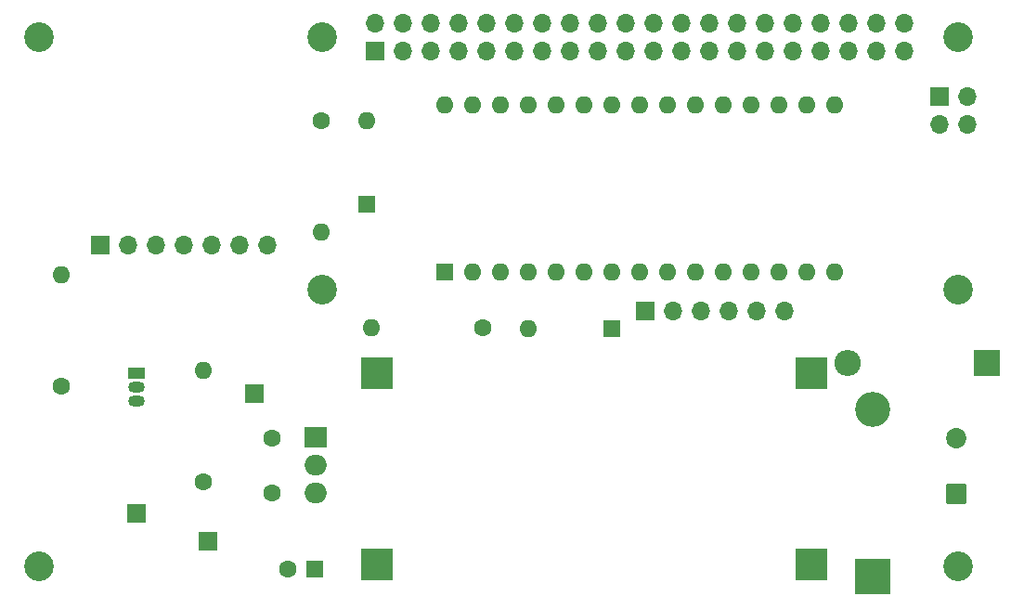
<source format=gbr>
G04 #@! TF.GenerationSoftware,KiCad,Pcbnew,7.0.11+dfsg-1build4*
G04 #@! TF.CreationDate,2025-04-23T09:40:31-04:00*
G04 #@! TF.ProjectId,trackteur_arduino_V1,74726163-6b74-4657-9572-5f6172647569,rev?*
G04 #@! TF.SameCoordinates,Original*
G04 #@! TF.FileFunction,Soldermask,Top*
G04 #@! TF.FilePolarity,Negative*
%FSLAX46Y46*%
G04 Gerber Fmt 4.6, Leading zero omitted, Abs format (unit mm)*
G04 Created by KiCad (PCBNEW 7.0.11+dfsg-1build4) date 2025-04-23 09:40:31*
%MOMM*%
%LPD*%
G01*
G04 APERTURE LIST*
G04 Aperture macros list*
%AMRoundRect*
0 Rectangle with rounded corners*
0 $1 Rounding radius*
0 $2 $3 $4 $5 $6 $7 $8 $9 X,Y pos of 4 corners*
0 Add a 4 corners polygon primitive as box body*
4,1,4,$2,$3,$4,$5,$6,$7,$8,$9,$2,$3,0*
0 Add four circle primitives for the rounded corners*
1,1,$1+$1,$2,$3*
1,1,$1+$1,$4,$5*
1,1,$1+$1,$6,$7*
1,1,$1+$1,$8,$9*
0 Add four rect primitives between the rounded corners*
20,1,$1+$1,$2,$3,$4,$5,0*
20,1,$1+$1,$4,$5,$6,$7,0*
20,1,$1+$1,$6,$7,$8,$9,0*
20,1,$1+$1,$8,$9,$2,$3,0*%
G04 Aperture macros list end*
%ADD10R,1.700000X1.700000*%
%ADD11R,1.600000X1.600000*%
%ADD12O,1.600000X1.600000*%
%ADD13R,2.000000X1.905000*%
%ADD14O,2.000000X1.905000*%
%ADD15O,3.200000X3.200000*%
%ADD16R,3.200000X3.200000*%
%ADD17C,2.700000*%
%ADD18C,1.600000*%
%ADD19R,2.400000X2.400000*%
%ADD20O,2.400000X2.400000*%
%ADD21RoundRect,0.102000X0.825000X-0.825000X0.825000X0.825000X-0.825000X0.825000X-0.825000X-0.825000X0*%
%ADD22C,1.854000*%
%ADD23O,1.700000X1.700000*%
%ADD24R,1.500000X1.050000*%
%ADD25O,1.500000X1.050000*%
%ADD26R,3.000000X3.000000*%
G04 APERTURE END LIST*
D10*
X176460000Y-90530000D03*
D11*
X190930000Y-59800000D03*
D12*
X190930000Y-52180000D03*
D10*
X180690000Y-77110000D03*
D13*
X186290000Y-81070000D03*
D14*
X186290000Y-83610000D03*
X186290000Y-86150000D03*
D15*
X237120000Y-78570000D03*
D16*
X237120000Y-93810000D03*
D17*
X161100000Y-44620000D03*
D18*
X163120000Y-76440000D03*
D12*
X163120000Y-66280000D03*
D11*
X213360000Y-71190000D03*
D12*
X205740000Y-71190000D03*
D19*
X247510000Y-74280000D03*
D20*
X234810000Y-74280000D03*
D21*
X244730000Y-86210000D03*
D22*
X244730000Y-81130000D03*
D10*
X216340000Y-69570000D03*
D23*
X218880000Y-69570000D03*
X221420000Y-69570000D03*
X223960000Y-69570000D03*
X226500000Y-69570000D03*
X229040000Y-69570000D03*
D11*
X186269513Y-93116400D03*
D18*
X183769513Y-93116400D03*
D17*
X186900000Y-67620000D03*
X244900000Y-44620000D03*
D18*
X176060000Y-85100000D03*
D12*
X176060000Y-74940000D03*
D17*
X161100000Y-92800000D03*
D24*
X169950000Y-75270000D03*
D25*
X169950000Y-76540000D03*
X169950000Y-77810000D03*
D10*
X166630000Y-63521200D03*
D23*
X169170000Y-63521200D03*
X171710000Y-63521200D03*
X174250000Y-63521200D03*
X176790000Y-63521200D03*
X179330000Y-63521200D03*
X181870000Y-63521200D03*
D10*
X169970000Y-88020000D03*
D17*
X244900000Y-67620000D03*
X244900000Y-92800000D03*
D18*
X186791600Y-52222400D03*
D12*
X186791600Y-62382400D03*
D18*
X182330000Y-86150000D03*
X182330000Y-81150000D03*
D26*
X231490000Y-92700000D03*
X191940000Y-92700000D03*
X231490000Y-75200000D03*
X191940000Y-75200000D03*
D17*
X186900000Y-44620000D03*
D10*
X191770000Y-45890000D03*
D23*
X191770000Y-43350000D03*
X194310000Y-45890000D03*
X194310000Y-43350000D03*
X196850000Y-45890000D03*
X196850000Y-43350000D03*
X199390000Y-45890000D03*
X199390000Y-43350000D03*
X201930000Y-45890000D03*
X201930000Y-43350000D03*
X204470000Y-45890000D03*
X204470000Y-43350000D03*
X207010000Y-45890000D03*
X207010000Y-43350000D03*
X209550000Y-45890000D03*
X209550000Y-43350000D03*
X212090000Y-45890000D03*
X212090000Y-43350000D03*
X214630000Y-45890000D03*
X214630000Y-43350000D03*
X217170000Y-45890000D03*
X217170000Y-43350000D03*
X219710000Y-45890000D03*
X219710000Y-43350000D03*
X222250000Y-45890000D03*
X222250000Y-43350000D03*
X224790000Y-45890000D03*
X224790000Y-43350000D03*
X227330000Y-45890000D03*
X227330000Y-43350000D03*
X229870000Y-45890000D03*
X229870000Y-43350000D03*
X232410000Y-45890000D03*
X232410000Y-43350000D03*
X234950000Y-45890000D03*
X234950000Y-43350000D03*
X237490000Y-45890000D03*
X237490000Y-43350000D03*
X240030000Y-45890000D03*
X240030000Y-43350000D03*
D10*
X243179600Y-50038000D03*
D23*
X245719600Y-50038000D03*
X243179600Y-52578000D03*
X245719600Y-52578000D03*
D18*
X201574400Y-71120000D03*
D12*
X191414400Y-71120000D03*
D11*
X198120000Y-66040000D03*
D12*
X200660000Y-66040000D03*
X203200000Y-66040000D03*
X205740000Y-66040000D03*
X208280000Y-66040000D03*
X210820000Y-66040000D03*
X213360000Y-66040000D03*
X215900000Y-66040000D03*
X218440000Y-66040000D03*
X220980000Y-66040000D03*
X223520000Y-66040000D03*
X226060000Y-66040000D03*
X228600000Y-66040000D03*
X231140000Y-66040000D03*
X233680000Y-66040000D03*
X233680000Y-50800000D03*
X231140000Y-50800000D03*
X228600000Y-50800000D03*
X226060000Y-50800000D03*
X223520000Y-50800000D03*
X220980000Y-50800000D03*
X218440000Y-50800000D03*
X215900000Y-50800000D03*
X213360000Y-50800000D03*
X210820000Y-50800000D03*
X208280000Y-50800000D03*
X205740000Y-50800000D03*
X203200000Y-50800000D03*
X200660000Y-50800000D03*
X198120000Y-50800000D03*
M02*

</source>
